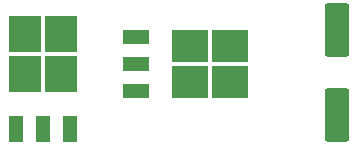
<source format=gbr>
%TF.GenerationSoftware,KiCad,Pcbnew,(6.0.11)*%
%TF.CreationDate,2024-02-08T00:56:39+09:00*%
%TF.ProjectId,SmallPW,536d616c-6c50-4572-9e6b-696361645f70,rev?*%
%TF.SameCoordinates,Original*%
%TF.FileFunction,Paste,Top*%
%TF.FilePolarity,Positive*%
%FSLAX46Y46*%
G04 Gerber Fmt 4.6, Leading zero omitted, Abs format (unit mm)*
G04 Created by KiCad (PCBNEW (6.0.11)) date 2024-02-08 00:56:39*
%MOMM*%
%LPD*%
G01*
G04 APERTURE LIST*
G04 Aperture macros list*
%AMRoundRect*
0 Rectangle with rounded corners*
0 $1 Rounding radius*
0 $2 $3 $4 $5 $6 $7 $8 $9 X,Y pos of 4 corners*
0 Add a 4 corners polygon primitive as box body*
4,1,4,$2,$3,$4,$5,$6,$7,$8,$9,$2,$3,0*
0 Add four circle primitives for the rounded corners*
1,1,$1+$1,$2,$3*
1,1,$1+$1,$4,$5*
1,1,$1+$1,$6,$7*
1,1,$1+$1,$8,$9*
0 Add four rect primitives between the rounded corners*
20,1,$1+$1,$2,$3,$4,$5,0*
20,1,$1+$1,$4,$5,$6,$7,0*
20,1,$1+$1,$6,$7,$8,$9,0*
20,1,$1+$1,$8,$9,$2,$3,0*%
G04 Aperture macros list end*
%ADD10RoundRect,0.250001X-0.799999X1.999999X-0.799999X-1.999999X0.799999X-1.999999X0.799999X1.999999X0*%
%ADD11R,2.750000X3.050000*%
%ADD12R,1.200000X2.200000*%
%ADD13R,3.050000X2.750000*%
%ADD14R,2.200000X1.200000*%
G04 APERTURE END LIST*
D10*
%TO.C,C2*%
X143825000Y-61400000D03*
X143825000Y-68600000D03*
%TD*%
D11*
%TO.C,Q1*%
X120450000Y-61775000D03*
X117400000Y-61775000D03*
X120450000Y-65125000D03*
X117400000Y-65125000D03*
D12*
X116645000Y-69750000D03*
X118925000Y-69750000D03*
X121205000Y-69750000D03*
%TD*%
D13*
%TO.C,Q3*%
X131425000Y-65825000D03*
X134775000Y-65825000D03*
X131425000Y-62775000D03*
X134775000Y-62775000D03*
D14*
X126800000Y-62020000D03*
X126800000Y-64300000D03*
X126800000Y-66580000D03*
%TD*%
M02*

</source>
